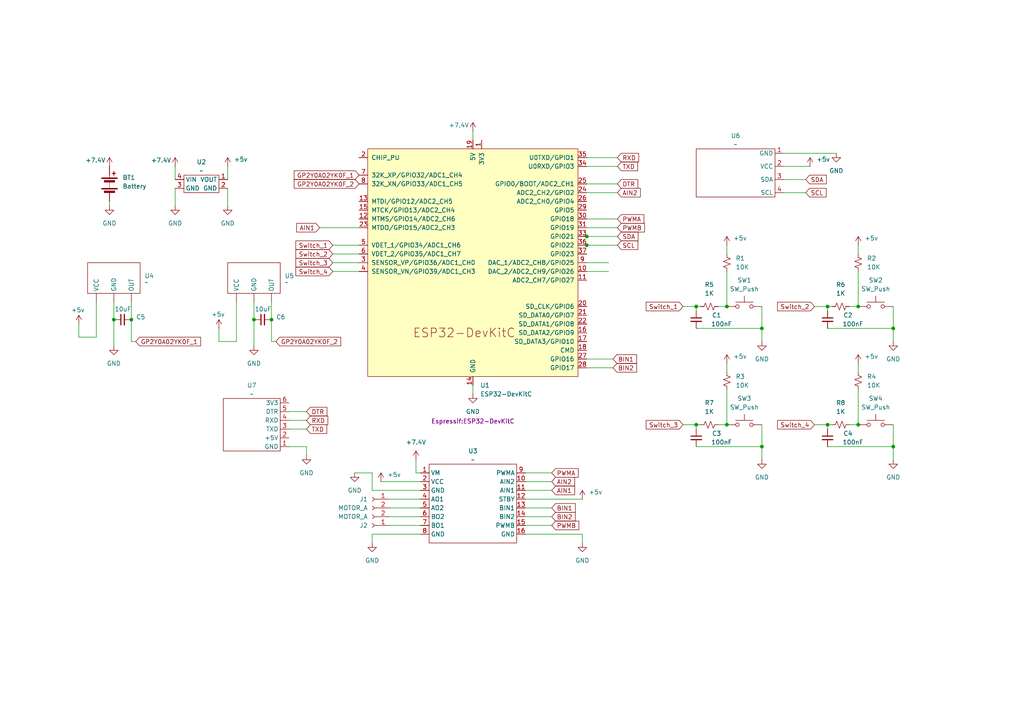
<source format=kicad_sch>
(kicad_sch (version 20250114) (generator "eeschema") (generator_version "9.0")
  (paper "A4")
  (lib_symbols
    (symbol "Connector:Conn_01x02_Socket" (pin_names (offset 1.016) (hide yes))
      (property "Reference" "J" (at 0 2.54 0))
      (property "Value" "Conn_01x02_Socket" (at 0 -5.08 0))
      (symbol "Conn_01x02_Socket_1_1"
        (polyline (pts (xy -1.27 0) (xy -0.508 0)) (stroke (width 0.1524)))
        (polyline (pts (xy -1.27 -2.54) (xy -0.508 -2.54)) (stroke (width 0.1524)))
        (arc (start 0 -0.508) (mid -0.5058 0) (end 0 0.508) (stroke (width 0.1524)))
        (arc (start 0 -3.048) (mid -0.5058 -2.54) (end 0 -2.032) (stroke (width 0.1524)))
        (pin passive line (at -5.08 0 0) (length 3.81) (name "Pin_1") (number "1"))
        (pin passive line (at -5.08 -2.54 0) (length 3.81) (name "Pin_2") (number "2"))
      )
    )
    (symbol "Device:Battery" (pin_numbers (hide yes)) (pin_names (offset 0) (hide yes))
      (property "Reference" "BT" (at 2.54 2.54 0))
      (property "Value" "Battery" (at 2.54 0 0))
      (symbol "Battery_0_1"
        (rectangle (start -2.286 1.778) (end 2.286 1.524) (fill (type outline)))
        (rectangle (start -2.286 -1.27) (end 2.286 -1.524) (fill (type outline)))
        (rectangle (start -1.524 1.016) (end 1.524 0.508) (fill (type outline)))
        (rectangle (start -1.524 -2.032) (end 1.524 -2.54) (fill (type outline)))
        (polyline (pts (xy 0 1.778) (xy 0 2.54)))
        (polyline (pts (xy 0 0) (xy 0 0.254)))
        (polyline (pts (xy 0 -0.508) (xy 0 -0.254)))
        (polyline (pts (xy 0 -1.016) (xy 0 -0.762)))
        (polyline (pts (xy 0.762 3.048) (xy 1.778 3.048)) (stroke (width 0.254)))
        (polyline (pts (xy 1.27 3.556) (xy 1.27 2.54)) (stroke (width 0.254)))
      )
      (symbol "Battery_1_1"
        (pin passive line (at 0 5.08 270) (length 2.54) (name "+") (number "1"))
        (pin passive line (at 0 -5.08 90) (length 2.54) (name "-") (number "2"))
      )
    )
    (symbol "Device:C_Small" (pin_numbers (hide yes)) (pin_names (offset 0.254) (hide yes))
      (property "Reference" "C" (at 0.254 1.778 0))
      (property "Value" "C_Small" (at 0.254 -2.032 0))
      (symbol "C_Small_0_1"
        (polyline (pts (xy -1.524 0.508) (xy 1.524 0.508)) (stroke (width 0.3048)))
        (polyline (pts (xy -1.524 -0.508) (xy 1.524 -0.508)) (stroke (width 0.3302)))
      )
      (symbol "C_Small_1_1"
        (pin passive line (at 0 2.54 270) (length 2.032) (name "~") (number "1"))
        (pin passive line (at 0 -2.54 90) (length 2.032) (name "~") (number "2"))
      )
    )
    (symbol "Device:R_Small_US" (pin_numbers (hide yes)) (pin_names (offset 0.254) (hide yes))
      (property "Reference" "R" (at 0.762 0.508 0))
      (property "Value" "R_Small_US" (at 0.762 -1.016 0))
      (symbol "R_Small_US_1_1"
        (polyline (pts (xy 0 1.524) (xy 1.016 1.143) (xy 0 0.762) (xy -1.016 0.381) (xy 0 0)))
        (polyline (pts (xy 0 0) (xy 1.016 -0.381) (xy 0 -0.762) (xy -1.016 -1.143) (xy 0 -1.524)))
        (pin passive line (at 0 2.54 270) (length 1.016) (name "~") (number "1"))
        (pin passive line (at 0 -2.54 90) (length 1.016) (name "~") (number "2"))
      )
    )
    (symbol "Espressif:ESP32-DevKitC" (pin_names (offset 1.016))
      (property "Reference" "U" (at -30.48 38.1 0))
      (property "Value" "ESP32-DevKitC" (at -30.48 35.56 0))
      (symbol "ESP32-DevKitC_0_0"
        (text "ESP32-DevKitC" (at -2.54 -20.32 0) (effects (font (size 2.54 2.54))))
        (pin power_in line (at 0 35.56 270) (length 2.54) (name "5V") (number "19"))
        (pin power_in line (at 0 -35.56 90) (length 2.54) (name "GND") (number "14"))
      )
      (symbol "ESP32-DevKitC_0_1"
        (rectangle (start -30.48 33.02) (end 30.48 -33.02) (fill (type background)))
      )
      (symbol "ESP32-DevKitC_1_1"
        (pin input line (at -33.02 30.48 0) (length 2.54) (name "CHIP_PU") (number "2"))
        (pin bidirectional line (at -33.02 25.4 0) (length 2.54) (name "32K_XP/GPIO32/ADC1_CH4") (number "7"))
        (pin bidirectional line (at -33.02 22.86 0) (length 2.54) (name "32K_XN/GPIO33/ADC1_CH5") (number "8"))
        (pin bidirectional line (at -33.02 17.78 0) (length 2.54) (name "MTDI/GPIO12/ADC2_CH5") (number "13"))
        (pin bidirectional line (at -33.02 15.24 0) (length 2.54) (name "MTCK/GPIO13/ADC2_CH4") (number "15"))
        (pin bidirectional line (at -33.02 12.7 0) (length 2.54) (name "MTMS/GPIO14/ADC2_CH6") (number "12"))
        (pin bidirectional line (at -33.02 10.16 0) (length 2.54) (name "MTDO/GPIO15/ADC2_CH3") (number "23"))
        (pin input line (at -33.02 5.08 0) (length 2.54) (name "VDET_1/GPIO34/ADC1_CH6") (number "5"))
        (pin input line (at -33.02 2.54 0) (length 2.54) (name "VDET_2/GPIO35/ADC1_CH7") (number "6"))
        (pin input line (at -33.02 0 0) (length 2.54) (name "SENSOR_VP/GPIO36/ADC1_CH0") (number "3"))
        (pin input line (at -33.02 -2.54 0) (length 2.54) (name "SENSOR_VN/GPIO39/ADC1_CH3") (number "4"))
        (pin passive line (at 0 -35.56 90) (length 2.54) (hide yes) (name "GND") (number "32"))
        (pin passive line (at 0 -35.56 90) (length 2.54) (hide yes) (name "GND") (number "38"))
        (pin power_in line (at 2.54 35.56 270) (length 2.54) (name "3V3") (number "1"))
        (pin bidirectional line (at 33.02 30.48 180) (length 2.54) (name "U0TXD/GPIO1") (number "35"))
        (pin bidirectional line (at 33.02 27.94 180) (length 2.54) (name "U0RXD/GPIO3") (number "34"))
        (pin bidirectional line (at 33.02 22.86 180) (length 2.54) (name "GPIO0/BOOT/ADC2_CH1") (number "25"))
        (pin bidirectional line (at 33.02 20.32 180) (length 2.54) (name "ADC2_CH2/GPIO2") (number "24"))
        (pin bidirectional line (at 33.02 17.78 180) (length 2.54) (name "ADC2_CH0/GPIO4") (number "26"))
        (pin bidirectional line (at 33.02 15.24 180) (length 2.54) (name "GPIO5") (number "29"))
        (pin bidirectional line (at 33.02 12.7 180) (length 2.54) (name "GPIO18") (number "30"))
        (pin bidirectional line (at 33.02 10.16 180) (length 2.54) (name "GPIO19") (number "31"))
        (pin bidirectional line (at 33.02 7.62 180) (length 2.54) (name "GPIO21") (number "33"))
        (pin bidirectional line (at 33.02 5.08 180) (length 2.54) (name "GPIO22") (number "36"))
        (pin bidirectional line (at 33.02 2.54 180) (length 2.54) (name "GPIO23") (number "37"))
        (pin bidirectional line (at 33.02 0 180) (length 2.54) (name "DAC_1/ADC2_CH8/GPIO25") (number "9"))
        (pin bidirectional line (at 33.02 -2.54 180) (length 2.54) (name "DAC_2/ADC2_CH9/GPIO26") (number "10"))
        (pin bidirectional line (at 33.02 -5.08 180) (length 2.54) (name "ADC2_CH7/GPIO27") (number "11"))
        (pin bidirectional line (at 33.02 -12.7 180) (length 2.54) (name "SD_CLK/GPIO6") (number "20"))
        (pin bidirectional line (at 33.02 -15.24 180) (length 2.54) (name "SD_DATA0/GPIO7") (number "21"))
        (pin bidirectional line (at 33.02 -17.78 180) (length 2.54) (name "SD_DATA1/GPIO8") (number "22"))
        (pin bidirectional line (at 33.02 -20.32 180) (length 2.54) (name "SD_DATA2/GPIO9") (number "16"))
        (pin bidirectional line (at 33.02 -22.86 180) (length 2.54) (name "SD_DATA3/GPIO10") (number "17"))
        (pin bidirectional line (at 33.02 -25.4 180) (length 2.54) (name "CMD") (number "18"))
        (pin bidirectional line (at 33.02 -27.94 180) (length 2.54) (name "GPIO16") (number "27"))
        (pin bidirectional line (at 33.02 -30.48 180) (length 2.54) (name "GPIO17") (number "28"))
      )
    )
    (symbol "GP2Y0A02YK0F_1"
      (property "Reference" "U" (at 0 0 0))
      (symbol "GP2Y0A02YK0F_1_0_1"
        (rectangle (start -7.62 5.08) (end 7.62 -3.81))
      )
      (symbol "GP2Y0A02YK0F_1_1_1"
        (pin power_in line (at -5.08 -6.35 90) (length 2.54) (name "VCC") (number ""))
        (pin power_in line (at 0 -6.35 90) (length 2.54) (name "GND") (number ""))
        (pin output line (at 5.08 -6.35 90) (length 2.54) (name "OUT") (number ""))
      )
    )
    (symbol "Switch:SW_Push" (pin_numbers (hide yes)) (pin_names (offset 1.016) (hide yes))
      (property "Reference" "SW" (at 1.27 2.54 0))
      (property "Value" "SW_Push" (at 0 -1.524 0))
      (symbol "SW_Push_0_1"
        (circle (center -2.032 0) (radius 0.508))
        (polyline (pts (xy 0 1.27) (xy 0 3.048)))
        (circle (center 2.032 0) (radius 0.508))
        (polyline (pts (xy 2.54 1.27) (xy -2.54 1.27)))
        (pin passive line (at -5.08 0 0) (length 2.54) (name "1") (number "1"))
        (pin passive line (at 5.08 0 180) (length 2.54) (name "2") (number "2"))
      )
    )
    (symbol "myAMS117-5V-Module:AMS117-5V"
      (property "Reference" "U" (at 0 0 0))
      (symbol "AMS117-5V_0_1"
        (rectangle (start -5.08 2.54) (end 5.08 -2.54))
        (rectangle (start -5.08 0) (end -5.08 0))
      )
      (symbol "AMS117-5V_1_1"
        (pin power_out line (at -7.62 1.27 0) (length 2.54) (name "VOUT") (number "1"))
        (pin power_in line (at -7.62 -1.27 0) (length 2.54) (name "GND") (number "2"))
        (pin power_in line (at 7.62 1.27 180) (length 2.54) (name "VIN") (number "4"))
        (pin power_in line (at 7.62 -1.27 180) (length 2.54) (name "GND") (number "3"))
      )
    )
    (symbol "myCH340E:CH340E"
      (property "Reference" "U" (at 0 0 0))
      (symbol "CH340E_0_1"
        (rectangle (start -8.89 7.62) (end 7.62 -7.62))
      )
      (symbol "CH340E_1_1"
        (pin output line (at 10.16 6.35 180) (length 2.54) (name "3V3") (number "6"))
        (pin output line (at 10.16 3.81 180) (length 2.54) (name "DTR") (number "5"))
        (pin input line (at 10.16 1.27 180) (length 2.54) (name "RXD") (number "4"))
        (pin output line (at 10.16 -1.27 180) (length 2.54) (name "TXD") (number "3"))
        (pin power_out line (at 10.16 -3.81 180) (length 2.54) (name "+5V") (number "2"))
        (pin power_in line (at 10.16 -6.35 180) (length 2.54) (name "GND") (number "1"))
      )
    )
    (symbol "myGP2Y0A02YK0F:GP2Y0A02YK0F"
      (property "Reference" "U" (at 0 0 0))
      (symbol "GP2Y0A02YK0F_0_1"
        (rectangle (start -7.62 5.08) (end 7.62 -3.81))
      )
      (symbol "GP2Y0A02YK0F_1_1"
        (pin power_in line (at -5.08 -6.35 90) (length 2.54) (name "VCC") (number ""))
        (pin power_in line (at 0 -6.35 90) (length 2.54) (name "GND") (number ""))
        (pin output line (at 5.08 -6.35 90) (length 2.54) (name "OUT") (number ""))
      )
    )
    (symbol "myLCD_I2C:LCD_I2C"
      (property "Reference" "U" (at 0 0 0))
      (symbol "LCD_I2C_0_1"
        (rectangle (start -11.43 6.35) (end 11.43 -7.62))
      )
      (symbol "LCD_I2C_1_1"
        (pin power_in line (at 13.97 5.08 180) (length 2.54) (name "GND") (number "1"))
        (pin power_in line (at 13.97 1.27 180) (length 2.54) (name "VCC") (number "2"))
        (pin bidirectional line (at 13.97 -2.54 180) (length 2.54) (name "SDA") (number "3"))
        (pin input line (at 13.97 -6.35 180) (length 2.54) (name "SCL") (number "4"))
      )
    )
    (symbol "myTB6612FNG:TB6612_Module"
      (property "Reference" "U" (at 0 0 0))
      (symbol "TB6612_Module_0_1"
        (rectangle (start -12.7 12.7) (end 12.7 -10.16))
      )
      (symbol "TB6612_Module_1_1"
        (pin power_in line (at -15.24 10.16 0) (length 2.54) (name "VM") (number "1"))
        (pin power_in line (at -15.24 7.62 0) (length 2.54) (name "VCC") (number "2"))
        (pin power_in line (at -15.24 5.08 0) (length 2.54) (name "GND") (number "3"))
        (pin output line (at -15.24 2.54 0) (length 2.54) (name "AO1") (number "4"))
        (pin output line (at -15.24 0 0) (length 2.54) (name "AO2") (number "5"))
        (pin output line (at -15.24 -2.54 0) (length 2.54) (name "BO2") (number "6"))
        (pin output line (at -15.24 -5.08 0) (length 2.54) (name "BO1") (number "7"))
        (pin power_in line (at -15.24 -7.62 0) (length 2.54) (name "GND") (number "8"))
        (pin input line (at 15.24 10.16 180) (length 2.54) (name "PWMA") (number "9"))
        (pin input line (at 15.24 7.62 180) (length 2.54) (name "AIN2") (number "10"))
        (pin input line (at 15.24 5.08 180) (length 2.54) (name "AIN1") (number "11"))
        (pin input line (at 15.24 2.54 180) (length 2.54) (name "STBY") (number "12"))
        (pin input line (at 15.24 0 180) (length 2.54) (name "BIN1") (number "13"))
        (pin input line (at 15.24 -2.54 180) (length 2.54) (name "BIN2") (number "14"))
        (pin input line (at 15.24 -5.08 180) (length 2.54) (name "PWMB") (number "15"))
        (pin power_in line (at 15.24 -7.62 180) (length 2.54) (name "GND") (number "16"))
      )
    )
    (symbol "power:+3V3" (power) (pin_numbers (hide yes)) (pin_names (offset 0) (hide yes))
      (property "Value" "+3V3" (at 0 3.556 0))
      (symbol "+3V3_0_1"
        (polyline (pts (xy -0.762 1.27) (xy 0 2.54)))
        (polyline (pts (xy 0 2.54) (xy 0.762 1.27)))
        (polyline (pts (xy 0 0) (xy 0 2.54)))
      )
      (symbol "+3V3_1_1"
        (pin power_in line (at 0 0 90) (length 0) (name "~") (number "1"))
      )
    )
    (symbol "power:+7.5V" (power) (pin_numbers (hide yes)) (pin_names (offset 0) (hide yes))
      (property "Value" "+7.5V" (at 0 3.556 0))
      (symbol "+7.5V_0_1"
        (polyline (pts (xy -0.762 1.27) (xy 0 2.54)))
        (polyline (pts (xy 0 2.54) (xy 0.762 1.27)))
        (polyline (pts (xy 0 0) (xy 0 2.54)))
      )
      (symbol "+7.5V_1_1"
        (pin power_in line (at 0 0 90) (length 0) (name "~") (number "1"))
      )
    )
    (symbol "power:GND" (power) (pin_numbers (hide yes)) (pin_names (offset 0) (hide yes))
      (property "Value" "GND" (at 0 -3.81 0))
      (symbol "GND_0_1"
        (polyline (pts (xy 0 0) (xy 0 -1.27) (xy 1.27 -1.27) (xy 0 -2.54) (xy -1.27 -1.27) (xy 0 -1.27)))
      )
      (symbol "GND_1_1"
        (pin power_in line (at 0 0 270) (length 0) (name "~") (number "1"))
      )
    )
  )
  (junction (at 240.03 88.9))
  (junction (at 170.18 71.12))
  (junction (at 78.74 92.71))
  (junction (at 259.08 95.25))
  (junction (at 73.66 92.71))
  (junction (at 170.18 68.58))
  (junction (at 248.92 123.19))
  (junction (at 220.98 95.25))
  (junction (at 248.92 88.9))
  (junction (at 38.1 92.71))
  (junction (at 201.93 123.19))
  (junction (at 210.82 88.9))
  (junction (at 33.02 92.71))
  (junction (at 210.82 123.19))
  (junction (at 259.08 129.54))
  (junction (at 220.98 129.54))
  (junction (at 201.93 88.9))
  (junction (at 240.03 123.19))
  (wire (pts (xy 113.03 147.32) (xy 121.92 147.32)))
  (wire (pts (xy 201.93 90.17) (xy 201.93 88.9)))
  (wire (pts (xy 83.82 129.54) (xy 88.9 129.54)))
  (wire (pts (xy 227.33 44.45) (xy 242.57 44.45)))
  (wire (pts (xy 259.08 88.9) (xy 259.08 95.25)))
  (wire (pts (xy 120.65 137.16) (xy 121.92 137.16)))
  (wire (pts (xy 179.07 68.58) (xy 170.18 68.58)))
  (wire (pts (xy 137.16 111.76) (xy 137.16 114.3)))
  (wire (pts (xy 63.5 99.06) (xy 68.58 99.06)))
  (wire (pts (xy 96.52 78.74) (xy 104.14 78.74)))
  (wire (pts (xy 170.18 78.74) (xy 176.53 78.74)))
  (wire (pts (xy 113.03 149.86) (xy 121.92 149.86)))
  (wire (pts (xy 33.02 92.71) (xy 33.02 100.33)))
  (wire (pts (xy 110.49 139.7) (xy 121.92 139.7)))
  (wire (pts (xy 152.4 152.4) (xy 160.02 152.4)))
  (wire (pts (xy 88.9 132.08) (xy 88.9 129.54)))
  (wire (pts (xy 96.52 73.66) (xy 104.14 73.66)))
  (wire (pts (xy 83.82 119.38) (xy 88.9 119.38)))
  (wire (pts (xy 201.93 124.46) (xy 201.93 123.19)))
  (wire (pts (xy 210.82 113.03) (xy 210.82 123.19)))
  (wire (pts (xy 96.52 76.2) (xy 104.14 76.2)))
  (wire (pts (xy 170.18 76.2) (xy 176.53 76.2)))
  (wire (pts (xy 68.58 87.63) (xy 68.58 99.06)))
  (wire (pts (xy 198.12 88.9) (xy 201.93 88.9)))
  (wire (pts (xy 104.14 66.04) (xy 92.71 66.04)))
  (wire (pts (xy 210.82 78.74) (xy 210.82 88.9)))
  (wire (pts (xy 210.82 105.41) (xy 210.82 107.95)))
  (wire (pts (xy 220.98 95.25) (xy 220.98 99.06)))
  (wire (pts (xy 236.22 88.9) (xy 240.03 88.9)))
  (wire (pts (xy 259.08 123.19) (xy 259.08 129.54)))
  (wire (pts (xy 38.1 92.71) (xy 38.1 99.06)))
  (wire (pts (xy 38.1 99.06) (xy 39.37 99.06)))
  (wire (pts (xy 50.8 54.61) (xy 50.8 59.69)))
  (wire (pts (xy 107.95 142.24) (xy 121.92 142.24)))
  (wire (pts (xy 201.93 129.54) (xy 220.98 129.54)))
  (wire (pts (xy 236.22 123.19) (xy 240.03 123.19)))
  (wire (pts (xy 107.95 157.48) (xy 107.95 154.94)))
  (wire (pts (xy 259.08 95.25) (xy 259.08 99.06)))
  (wire (pts (xy 201.93 88.9) (xy 203.2 88.9)))
  (wire (pts (xy 78.74 87.63) (xy 78.74 92.71)))
  (wire (pts (xy 240.03 88.9) (xy 241.3 88.9)))
  (wire (pts (xy 107.95 137.16) (xy 107.95 142.24)))
  (wire (pts (xy 66.04 54.61) (xy 66.04 59.69)))
  (wire (pts (xy 240.03 123.19) (xy 241.3 123.19)))
  (wire (pts (xy 152.4 142.24) (xy 160.02 142.24)))
  (wire (pts (xy 170.18 104.14) (xy 177.8 104.14)))
  (wire (pts (xy 22.86 93.98) (xy 22.86 97.79)))
  (wire (pts (xy 73.66 92.71) (xy 73.66 100.33)))
  (wire (pts (xy 233.68 55.88) (xy 227.33 55.88)))
  (wire (pts (xy 152.4 147.32) (xy 160.02 147.32)))
  (wire (pts (xy 152.4 144.78) (xy 168.91 144.78)))
  (wire (pts (xy 137.16 38.1) (xy 137.16 40.64)))
  (wire (pts (xy 152.4 149.86) (xy 160.02 149.86)))
  (wire (pts (xy 78.74 99.06) (xy 80.01 99.06)))
  (wire (pts (xy 246.38 123.19) (xy 248.92 123.19)))
  (wire (pts (xy 170.18 66.04) (xy 179.07 66.04)))
  (wire (pts (xy 201.93 95.25) (xy 220.98 95.25)))
  (wire (pts (xy 31.75 58.42) (xy 31.75 59.69)))
  (wire (pts (xy 96.52 71.12) (xy 104.14 71.12)))
  (wire (pts (xy 168.91 154.94) (xy 168.91 157.48)))
  (wire (pts (xy 83.82 121.92) (xy 88.9 121.92)))
  (wire (pts (xy 170.18 45.72) (xy 179.07 45.72)))
  (wire (pts (xy 22.86 97.79) (xy 27.94 97.79)))
  (wire (pts (xy 170.18 55.88) (xy 179.07 55.88)))
  (wire (pts (xy 152.4 139.7) (xy 160.02 139.7)))
  (wire (pts (xy 63.5 95.25) (xy 63.5 99.06)))
  (wire (pts (xy 170.18 63.5) (xy 179.07 63.5)))
  (wire (pts (xy 170.18 106.68) (xy 177.8 106.68)))
  (wire (pts (xy 220.98 123.19) (xy 220.98 129.54)))
  (wire (pts (xy 73.66 87.63) (xy 73.66 92.71)))
  (wire (pts (xy 168.91 68.58) (xy 170.18 68.58)))
  (wire (pts (xy 152.4 137.16) (xy 160.02 137.16)))
  (wire (pts (xy 248.92 105.41) (xy 248.92 107.95)))
  (wire (pts (xy 170.18 53.34) (xy 179.07 53.34)))
  (wire (pts (xy 227.33 48.26) (xy 234.95 48.26)))
  (wire (pts (xy 83.82 124.46) (xy 88.9 124.46)))
  (wire (pts (xy 102.87 137.16) (xy 107.95 137.16)))
  (wire (pts (xy 240.03 129.54) (xy 259.08 129.54)))
  (wire (pts (xy 27.94 97.79) (xy 27.94 87.63)))
  (wire (pts (xy 198.12 123.19) (xy 201.93 123.19)))
  (wire (pts (xy 248.92 113.03) (xy 248.92 123.19)))
  (wire (pts (xy 170.18 71.12) (xy 179.07 71.12)))
  (wire (pts (xy 113.03 152.4) (xy 121.92 152.4)))
  (wire (pts (xy 38.1 87.63) (xy 38.1 92.71)))
  (wire (pts (xy 168.91 71.12) (xy 170.18 71.12)))
  (wire (pts (xy 240.03 124.46) (xy 240.03 123.19)))
  (wire (pts (xy 120.65 133.35) (xy 120.65 137.16)))
  (wire (pts (xy 240.03 95.25) (xy 259.08 95.25)))
  (wire (pts (xy 233.68 52.07) (xy 227.33 52.07)))
  (wire (pts (xy 259.08 129.54) (xy 259.08 133.35)))
  (wire (pts (xy 201.93 123.19) (xy 203.2 123.19)))
  (wire (pts (xy 66.04 48.26) (xy 66.04 52.07)))
  (wire (pts (xy 246.38 88.9) (xy 248.92 88.9)))
  (wire (pts (xy 50.8 48.26) (xy 50.8 52.07)))
  (wire (pts (xy 208.28 88.9) (xy 210.82 88.9)))
  (wire (pts (xy 33.02 87.63) (xy 33.02 92.71)))
  (wire (pts (xy 210.82 71.12) (xy 210.82 73.66)))
  (wire (pts (xy 208.28 123.19) (xy 210.82 123.19)))
  (wire (pts (xy 220.98 88.9) (xy 220.98 95.25)))
  (wire (pts (xy 152.4 154.94) (xy 168.91 154.94)))
  (wire (pts (xy 113.03 144.78) (xy 121.92 144.78)))
  (wire (pts (xy 220.98 129.54) (xy 220.98 133.35)))
  (wire (pts (xy 78.74 92.71) (xy 78.74 99.06)))
  (wire (pts (xy 170.18 48.26) (xy 179.07 48.26)))
  (wire (pts (xy 107.95 154.94) (xy 121.92 154.94)))
  (wire (pts (xy 248.92 71.12) (xy 248.92 73.66)))
  (wire (pts (xy 248.92 78.74) (xy 248.92 88.9)))
  (wire (pts (xy 240.03 90.17) (xy 240.03 88.9)))
  (global_label "TXD" (shape input) (at 179.07 48.26 0) (property "Intersheetrefs" "${INTERSHEET_REFS}" (effects (hide yes))))
  (global_label "TXD" (shape input) (at 88.9 124.46 0) (property "Intersheetrefs" "${INTERSHEET_REFS}" (effects (hide yes))))
  (global_label "SDA" (shape input) (at 233.68 52.07 0) (property "Intersheetrefs" "${INTERSHEET_REFS}" (effects (hide yes))))
  (global_label "Switch_3" (shape input) (at 198.12 123.19 180) (property "Intersheetrefs" "${INTERSHEET_REFS}" (effects (hide yes))))
  (global_label "GP2Y0A02YK0F_1" (shape input) (at 104.14 50.8 180) (property "Intersheetrefs" "${INTERSHEET_REFS}" (effects (hide yes))))
  (global_label "AIN1" (shape input) (at 160.02 142.24 0) (property "Intersheetrefs" "${INTERSHEET_REFS}" (effects (hide yes))))
  (global_label "PWMA" (shape input) (at 160.02 137.16 0) (property "Intersheetrefs" "${INTERSHEET_REFS}" (effects (hide yes))))
  (global_label "DTR" (shape input) (at 179.07 53.34 0) (property "Intersheetrefs" "${INTERSHEET_REFS}" (effects (hide yes))))
  (global_label "AIN1" (shape input) (at 92.71 66.04 180) (property "Intersheetrefs" "${INTERSHEET_REFS}" (effects (hide yes))))
  (global_label "BIN1" (shape input) (at 177.8 104.14 0) (property "Intersheetrefs" "${INTERSHEET_REFS}" (effects (hide yes))))
  (global_label "RXD" (shape input) (at 179.07 45.72 0) (property "Intersheetrefs" "${INTERSHEET_REFS}" (effects (hide yes))))
  (global_label "AIN2" (shape input) (at 179.07 55.88 0) (property "Intersheetrefs" "${INTERSHEET_REFS}" (effects (hide yes))))
  (global_label "Switch_2" (shape input) (at 96.52 73.66 180) (property "Intersheetrefs" "${INTERSHEET_REFS}" (effects (hide yes))))
  (global_label "BIN1" (shape input) (at 160.02 147.32 0) (property "Intersheetrefs" "${INTERSHEET_REFS}" (effects (hide yes))))
  (global_label "Switch_2" (shape input) (at 236.22 88.9 180) (property "Intersheetrefs" "${INTERSHEET_REFS}" (effects (hide yes))))
  (global_label "RXD" (shape input) (at 88.9 121.92 0) (property "Intersheetrefs" "${INTERSHEET_REFS}" (effects (hide yes))))
  (global_label "Switch_3" (shape input) (at 96.52 76.2 180) (property "Intersheetrefs" "${INTERSHEET_REFS}" (effects (hide yes))))
  (global_label "BIN2" (shape input) (at 160.02 149.86 0) (property "Intersheetrefs" "${INTERSHEET_REFS}" (effects (hide yes))))
  (global_label "BIN2" (shape input) (at 177.8 106.68 0) (property "Intersheetrefs" "${INTERSHEET_REFS}" (effects (hide yes))))
  (global_label "DTR" (shape input) (at 88.9 119.38 0) (property "Intersheetrefs" "${INTERSHEET_REFS}" (effects (hide yes))))
  (global_label "Switch_4" (shape input) (at 96.52 78.74 180) (property "Intersheetrefs" "${INTERSHEET_REFS}" (effects (hide yes))))
  (global_label "Switch_4" (shape input) (at 236.22 123.19 180) (property "Intersheetrefs" "${INTERSHEET_REFS}" (effects (hide yes))))
  (global_label "Switch_1" (shape input) (at 198.12 88.9 180) (property "Intersheetrefs" "${INTERSHEET_REFS}" (effects (hide yes))))
  (global_label "SDA" (shape input) (at 179.07 68.58 0) (property "Intersheetrefs" "${INTERSHEET_REFS}" (effects (hide yes))))
  (global_label "GP2Y0A02YK0F_2" (shape input) (at 80.01 99.06 0) (property "Intersheetrefs" "${INTERSHEET_REFS}" (effects (hide yes))))
  (global_label "GP2Y0A02YK0F_2" (shape input) (at 104.14 53.34 180) (property "Intersheetrefs" "${INTERSHEET_REFS}" (effects (hide yes))))
  (global_label "SCL" (shape input) (at 233.68 55.88 0) (property "Intersheetrefs" "${INTERSHEET_REFS}" (effects (hide yes))))
  (global_label "PWMB" (shape input) (at 160.02 152.4 0) (property "Intersheetrefs" "${INTERSHEET_REFS}" (effects (hide yes))))
  (global_label "PWMB" (shape input) (at 179.07 66.04 0) (property "Intersheetrefs" "${INTERSHEET_REFS}" (effects (hide yes))))
  (global_label "GP2Y0A02YK0F_1" (shape input) (at 39.37 99.06 0) (property "Intersheetrefs" "${INTERSHEET_REFS}" (effects (hide yes))))
  (global_label "AIN2" (shape input) (at 160.02 139.7 0) (property "Intersheetrefs" "${INTERSHEET_REFS}" (effects (hide yes))))
  (global_label "Switch_1" (shape input) (at 96.52 71.12 180) (property "Intersheetrefs" "${INTERSHEET_REFS}" (effects (hide yes))))
  (global_label "PWMA" (shape input) (at 179.07 63.5 0) (property "Intersheetrefs" "${INTERSHEET_REFS}" (effects (hide yes))))
  (global_label "SCL" (shape input) (at 179.07 71.12 0) (property "Intersheetrefs" "${INTERSHEET_REFS}" (effects (hide yes))))
  (symbol (lib_id "power:GND") (at 102.87 137.16 0) (unit 1)
    (property "Reference" "#PWR08" (effects (hide yes)))
    (property "Value" "GND" (at 102.87 142.24 0))
    (property "Description" "Power symbol creates a global label with name \"GND\" , ground" (effects (hide yes)))
  )
  (symbol (lib_id "power:+3V3") (at 248.92 105.41 0) (unit 1)
    (property "Reference" "#PWR027" (effects (hide yes)))
    (property "Value" "+5v" (at 252.73 103.378 0))
    (property "Description" "Power symbol creates a global label with name \"+3V3\"" (effects (hide yes)))
  )
  (symbol (lib_id "power:GND") (at 107.95 157.48 0) (unit 1)
    (property "Reference" "#PWR04" (effects (hide yes)))
    (property "Value" "GND" (at 107.95 162.56 0))
    (property "Description" "Power symbol creates a global label with name \"GND\" , ground" (effects (hide yes)))
  )
  (symbol (lib_id "power:+3V3") (at 234.95 48.26 0) (unit 1)
    (property "Reference" "#PWR022" (effects (hide yes)))
    (property "Value" "+5v" (at 238.76 46.228 0))
    (property "Description" "Power symbol creates a global label with name \"+3V3\"" (effects (hide yes)))
  )
  (symbol (lib_name "GP2Y0A02YK0F_1") (lib_id "myGP2Y0A02YK0F:GP2Y0A02YK0F") (at 73.66 81.28 0) (unit 1)
    (property "Reference" "U5" (at 82.55 80.0099 0) (effects (justify left)))
    (property "Value" "~" (at 82.55 81.915 0) (effects (justify left)))
  )
  (symbol (lib_id "Device:C_Small") (at 76.2 92.71 90) (unit 1)
    (property "Reference" "C6" (at 82.804 91.948 90) (effects (justify left)))
    (property "Value" "10uF" (at 78.74 89.662 90) (effects (justify left)))
    (property "Description" "Unpolarized capacitor, small symbol" (effects (hide yes)))
  )
  (symbol (lib_id "power:GND") (at 31.75 59.69 0) (unit 1)
    (property "Reference" "#PWR012" (effects (hide yes)))
    (property "Value" "GND" (at 31.75 64.77 0))
    (property "Description" "Power symbol creates a global label with name \"GND\" , ground" (effects (hide yes)))
  )
  (symbol (lib_id "Espressif:ESP32-DevKitC") (at 137.16 76.2 0) (unit 1)
    (property "Reference" "U1" (at 139.3033 111.76 0) (effects (justify left)))
    (property "Value" "ESP32-DevKitC" (at 139.3033 114.3 0) (effects (justify left)))
    (property "Footprint" "Espressif:ESP32-DevKitC" (at 137.16 122.174 0))
    (property "Datasheet" "https://docs.espressif.com/projects/esp-idf/zh_CN/latest/esp32/hw-reference/esp32/get-started-devkitc.html" (effects (hide yes)))
    (property "Description" "Development Kit" (effects (hide yes)))
  )
  (symbol (lib_id "power:GND") (at 88.9 132.08 0) (unit 1)
    (property "Reference" "#PWR05" (effects (hide yes)))
    (property "Value" "GND" (at 88.9 137.16 0))
    (property "Description" "Power symbol creates a global label with name \"GND\" , ground" (effects (hide yes)))
  )
  (symbol (lib_id "power:GND") (at 50.8 59.69 0) (unit 1)
    (property "Reference" "#PWR015" (effects (hide yes)))
    (property "Value" "GND" (at 50.8 64.77 0))
    (property "Description" "Power symbol creates a global label with name \"GND\" , ground" (effects (hide yes)))
  )
  (symbol (lib_id "power:+3V3") (at 66.04 48.26 0) (unit 1)
    (property "Reference" "#PWR016" (effects (hide yes)))
    (property "Value" "+5v" (at 69.85 46.228 0))
    (property "Description" "Power symbol creates a global label with name \"+3V3\"" (effects (hide yes)))
  )
  (symbol (lib_id "power:GND") (at 220.98 99.06 0) (unit 1)
    (property "Reference" "#PWR028" (effects (hide yes)))
    (property "Value" "GND" (at 220.98 104.14 0))
    (property "Description" "Power symbol creates a global label with name \"GND\" , ground" (effects (hide yes)))
  )
  (symbol (lib_id "power:GND") (at 66.04 59.69 0) (unit 1)
    (property "Reference" "#PWR017" (effects (hide yes)))
    (property "Value" "GND" (at 66.04 64.77 0))
    (property "Description" "Power symbol creates a global label with name \"GND\" , ground" (effects (hide yes)))
  )
  (symbol (lib_id "myGP2Y0A02YK0F:GP2Y0A02YK0F") (at 33.02 81.28 0) (unit 1)
    (property "Reference" "U4" (at 41.91 80.0099 0) (effects (justify left)))
    (property "Value" "~" (at 41.91 81.915 0) (effects (justify left)))
  )
  (symbol (lib_id "power:+3V3") (at 210.82 71.12 0) (unit 1)
    (property "Reference" "#PWR024" (effects (hide yes)))
    (property "Value" "+5v" (at 214.63 69.088 0))
    (property "Description" "Power symbol creates a global label with name \"+3V3\"" (effects (hide yes)))
  )
  (symbol (lib_id "power:+3V3") (at 248.92 71.12 0) (unit 1)
    (property "Reference" "#PWR025" (effects (hide yes)))
    (property "Value" "+5v" (at 252.73 69.088 0))
    (property "Description" "Power symbol creates a global label with name \"+3V3\"" (effects (hide yes)))
  )
  (symbol (lib_id "power:+3V3") (at 63.5 95.25 0) (unit 1)
    (property "Reference" "#PWR019" (effects (hide yes)))
    (property "Value" "+5v" (at 63.246 91.186 0))
    (property "Description" "Power symbol creates a global label with name \"+3V3\"" (effects (hide yes)))
  )
  (symbol (lib_id "Device:R_Small_US") (at 205.74 123.19 270) (unit 1)
    (property "Reference" "R7" (at 205.74 116.84 90))
    (property "Value" "1K" (at 205.74 119.38 90))
    (property "Description" "Resistor, small US symbol" (effects (hide yes)))
  )
  (symbol (lib_id "myLCD_I2C:LCD_I2C") (at 213.36 49.53 0) (unit 1)
    (property "Reference" "U6" (at 213.36 39.37 0))
    (property "Value" "~" (at 213.36 41.91 0))
  )
  (symbol (lib_id "Device:R_Small_US") (at 243.84 88.9 270) (unit 1)
    (property "Reference" "R6" (at 243.84 82.55 90))
    (property "Value" "1K" (at 243.84 85.09 90))
    (property "Description" "Resistor, small US symbol" (effects (hide yes)))
  )
  (symbol (lib_id "Device:R_Small_US") (at 205.74 88.9 270) (unit 1)
    (property "Reference" "R5" (at 205.74 82.55 90))
    (property "Value" "1K" (at 205.74 85.09 90))
    (property "Description" "Resistor, small US symbol" (effects (hide yes)))
  )
  (symbol (lib_id "Device:Battery") (at 31.75 53.34 0) (unit 1)
    (property "Reference" "BT1" (at 35.56 51.4984 0) (effects (justify left)))
    (property "Value" "Battery" (at 35.56 54.0384 0) (effects (justify left)))
    (property "Footprint" "Battery:BatteryHolder_Keystone_1042_1x18650" (effects (hide yes)))
    (property "Description" "Multiple-cell battery" (effects (hide yes)))
  )
  (symbol (lib_id "Device:C_Small") (at 35.56 92.71 90) (unit 1)
    (property "Reference" "C5" (at 42.164 91.948 90) (effects (justify left)))
    (property "Value" "10uF" (at 38.1 89.662 90) (effects (justify left)))
    (property "Description" "Unpolarized capacitor, small symbol" (effects (hide yes)))
  )
  (symbol (lib_id "power:GND") (at 259.08 99.06 0) (unit 1)
    (property "Reference" "#PWR029" (effects (hide yes)))
    (property "Value" "GND" (at 259.08 104.14 0))
    (property "Description" "Power symbol creates a global label with name \"GND\" , ground" (effects (hide yes)))
  )
  (symbol (lib_id "power:GND") (at 220.98 133.35 0) (unit 1)
    (property "Reference" "#PWR030" (effects (hide yes)))
    (property "Value" "GND" (at 220.98 138.43 0))
    (property "Description" "Power symbol creates a global label with name \"GND\" , ground" (effects (hide yes)))
  )
  (symbol (lib_id "power:+3V3") (at 168.91 144.78 0) (unit 1)
    (property "Reference" "#PWR013" (effects (hide yes)))
    (property "Value" "+5v" (at 172.72 142.748 0))
    (property "Description" "Power symbol creates a global label with name \"+3V3\"" (effects (hide yes)))
  )
  (symbol (lib_id "power:+3V3") (at 210.82 105.41 0) (unit 1)
    (property "Reference" "#PWR026" (effects (hide yes)))
    (property "Value" "+5v" (at 214.63 103.378 0))
    (property "Description" "Power symbol creates a global label with name \"+3V3\"" (effects (hide yes)))
  )
  (symbol (lib_id "power:GND") (at 73.66 100.33 0) (unit 1)
    (property "Reference" "#PWR021" (effects (hide yes)))
    (property "Value" "GND" (at 73.66 105.41 0))
    (property "Description" "Power symbol creates a global label with name \"GND\" , ground" (effects (hide yes)))
  )
  (symbol (lib_id "power:+3V3") (at 110.49 139.7 0) (unit 1)
    (property "Reference" "#PWR010" (effects (hide yes)))
    (property "Value" "+5v" (at 114.3 137.668 0))
    (property "Description" "Power symbol creates a global label with name \"+3V3\"" (effects (hide yes)))
  )
  (symbol (lib_id "myCH340E:CH340E") (at 73.66 123.19 0) (unit 1)
    (property "Reference" "U7" (at 73.025 111.76 0))
    (property "Value" "~" (at 73.025 114.3 0))
  )
  (symbol (lib_id "Device:R_Small_US") (at 248.92 76.2 0) (unit 1)
    (property "Reference" "R2" (at 251.46 74.9299 0) (effects (justify left)))
    (property "Value" "10K" (at 251.46 77.4699 0) (effects (justify left)))
    (property "Description" "Resistor, small US symbol" (effects (hide yes)))
  )
  (symbol (lib_id "Connector:Conn_01x02_Socket") (at 107.95 144.78 0) (mirror y) (unit 1)
    (property "Reference" "J1" (at 106.68 144.7799 0) (effects (justify left)))
    (property "Value" "MOTOR_A" (at 106.68 147.3199 0) (effects (justify left)))
    (property "Description" "Generic connector, single row, 01x02, script generated" (effects (hide yes)))
  )
  (symbol (lib_id "power:GND") (at 259.08 133.35 0) (unit 1)
    (property "Reference" "#PWR031" (effects (hide yes)))
    (property "Value" "GND" (at 259.08 138.43 0))
    (property "Description" "Power symbol creates a global label with name \"GND\" , ground" (effects (hide yes)))
  )
  (symbol (lib_id "power:GND") (at 137.16 114.3 0) (unit 1)
    (property "Reference" "#PWR06" (effects (hide yes)))
    (property "Value" "GND" (at 137.16 119.38 0))
    (property "Description" "Power symbol creates a global label with name \"GND\" , ground" (effects (hide yes)))
  )
  (symbol (lib_id "Device:R_Small_US") (at 210.82 76.2 0) (unit 1)
    (property "Reference" "R1" (at 213.36 74.9299 0) (effects (justify left)))
    (property "Value" "10K" (at 213.36 77.4699 0) (effects (justify left)))
    (property "Description" "Resistor, small US symbol" (effects (hide yes)))
  )
  (symbol (lib_id "Switch:SW_Push") (at 215.9 88.9 0) (unit 1)
    (property "Reference" "SW1" (at 215.9 81.28 0))
    (property "Value" "SW_Push" (at 215.9 83.82 0))
    (property "Description" "Push button switch, generic, two pins" (effects (hide yes)))
  )
  (symbol (lib_id "Device:R_Small_US") (at 210.82 110.49 0) (unit 1)
    (property "Reference" "R3" (at 213.36 109.2199 0) (effects (justify left)))
    (property "Value" "10K" (at 213.36 111.7599 0) (effects (justify left)))
    (property "Description" "Resistor, small US symbol" (effects (hide yes)))
  )
  (symbol (lib_id "Device:R_Small_US") (at 248.92 110.49 0) (unit 1)
    (property "Reference" "R4" (at 251.46 109.2199 0) (effects (justify left)))
    (property "Value" "10K" (at 251.46 111.7599 0) (effects (justify left)))
    (property "Description" "Resistor, small US symbol" (effects (hide yes)))
  )
  (symbol (lib_id "power:+3V3") (at 22.86 93.98 0) (unit 1)
    (property "Reference" "#PWR018" (effects (hide yes)))
    (property "Value" "+5v" (at 22.606 89.916 0))
    (property "Description" "Power symbol creates a global label with name \"+3V3\"" (effects (hide yes)))
  )
  (symbol (lib_id "Device:C_Small") (at 240.03 127 0) (unit 1)
    (property "Reference" "C4" (at 244.602 125.73 0) (effects (justify left)))
    (property "Value" "100nF" (at 244.348 128.27 0) (effects (justify left)))
    (property "Description" "Unpolarized capacitor, small symbol" (effects (hide yes)))
  )
  (symbol (lib_id "Device:C_Small") (at 201.93 92.71 0) (unit 1)
    (property "Reference" "C1" (at 206.502 91.44 0) (effects (justify left)))
    (property "Value" "100nF" (at 206.248 93.98 0) (effects (justify left)))
    (property "Description" "Unpolarized capacitor, small symbol" (effects (hide yes)))
  )
  (symbol (lib_id "Switch:SW_Push") (at 254 88.9 0) (unit 1)
    (property "Reference" "SW2" (at 254 81.28 0))
    (property "Value" "SW_Push" (at 254 83.82 0))
    (property "Description" "Push button switch, generic, two pins" (effects (hide yes)))
  )
  (symbol (lib_id "myAMS117-5V-Module:AMS117-5V") (at 58.42 53.34 0) (mirror y) (unit 1)
    (property "Reference" "U2" (at 58.42 46.99 0))
    (property "Value" "~" (at 58.42 49.53 0))
  )
  (symbol (lib_id "power:GND") (at 242.57 44.45 0) (unit 1)
    (property "Reference" "#PWR023" (effects (hide yes)))
    (property "Value" "GND" (at 242.57 49.53 0))
    (property "Description" "Power symbol creates a global label with name \"GND\" , ground" (effects (hide yes)))
  )
  (symbol (lib_id "power:+7.5V") (at 31.75 48.26 0) (unit 1)
    (property "Reference" "#PWR011" (effects (hide yes)))
    (property "Value" "+7.4V" (at 27.686 46.482 0))
    (property "Description" "Power symbol creates a global label with name \"+7.5V\"" (effects (hide yes)))
  )
  (symbol (lib_id "Connector:Conn_01x02_Socket") (at 107.95 152.4 180) (unit 1)
    (property "Reference" "J2" (at 106.68 152.4001 0) (effects (justify left)))
    (property "Value" "MOTOR_A" (at 106.68 149.8601 0) (effects (justify left)))
    (property "Description" "Generic connector, single row, 01x02, script generated" (effects (hide yes)))
  )
  (symbol (lib_id "power:+7.5V") (at 50.8 48.26 0) (unit 1)
    (property "Reference" "#PWR014" (effects (hide yes)))
    (property "Value" "+7.4V" (at 46.736 46.482 0))
    (property "Description" "Power symbol creates a global label with name \"+7.5V\"" (effects (hide yes)))
  )
  (symbol (lib_id "power:+7.5V") (at 137.16 38.1 0) (unit 1)
    (property "Reference" "#PWR09" (effects (hide yes)))
    (property "Value" "+7.4V" (at 133.096 36.322 0))
    (property "Description" "Power symbol creates a global label with name \"+7.5V\"" (effects (hide yes)))
  )
  (symbol (lib_id "Device:C_Small") (at 201.93 127 0) (unit 1)
    (property "Reference" "C3" (at 206.502 125.73 0) (effects (justify left)))
    (property "Value" "100nF" (at 206.248 128.27 0) (effects (justify left)))
    (property "Description" "Unpolarized capacitor, small symbol" (effects (hide yes)))
  )
  (symbol (lib_id "myTB6612FNG:TB6612_Module") (at 137.16 147.32 0) (unit 1)
    (property "Reference" "U3" (at 137.16 130.81 0))
    (property "Value" "~" (at 137.16 133.35 0))
  )
  (symbol (lib_id "power:GND") (at 168.91 157.48 0) (unit 1)
    (property "Reference" "#PWR07" (effects (hide yes)))
    (property "Value" "GND" (at 168.91 162.56 0))
    (property "Description" "Power symbol creates a global label with name \"GND\" , ground" (effects (hide yes)))
  )
  (symbol (lib_id "power:GND") (at 33.02 100.33 0) (unit 1)
    (property "Reference" "#PWR020" (effects (hide yes)))
    (property "Value" "GND" (at 33.02 105.41 0))
    (property "Description" "Power symbol creates a global label with name \"GND\" , ground" (effects (hide yes)))
  )
  (symbol (lib_id "Switch:SW_Push") (at 254 123.19 0) (unit 1)
    (property "Reference" "SW4" (at 254 115.57 0))
    (property "Value" "SW_Push" (at 254 118.11 0))
    (property "Description" "Push button switch, generic, two pins" (effects (hide yes)))
  )
  (symbol (lib_id "Device:R_Small_US") (at 243.84 123.19 270) (unit 1)
    (property "Reference" "R8" (at 243.84 116.84 90))
    (property "Value" "1K" (at 243.84 119.38 90))
    (property "Description" "Resistor, small US symbol" (effects (hide yes)))
  )
  (symbol (lib_id "Device:C_Small") (at 240.03 92.71 0) (unit 1)
    (property "Reference" "C2" (at 244.602 91.44 0) (effects (justify left)))
    (property "Value" "100nF" (at 244.348 93.98 0) (effects (justify left)))
    (property "Description" "Unpolarized capacitor, small symbol" (effects (hide yes)))
  )
  (symbol (lib_id "Switch:SW_Push") (at 215.9 123.19 0) (unit 1)
    (property "Reference" "SW3" (at 215.9 115.57 0))
    (property "Value" "SW_Push" (at 215.9 118.11 0))
    (property "Description" "Push button switch, generic, two pins" (effects (hide yes)))
  )
  (symbol (lib_id "power:+7.5V") (at 120.65 133.35 0) (unit 1)
    (property "Reference" "#PWR03" (effects (hide yes)))
    (property "Value" "+7.4V" (at 120.65 128.27 0))
    (property "Description" "Power symbol creates a global label with name \"+7.5V\"" (effects (hide yes)))
  )
)
</source>
